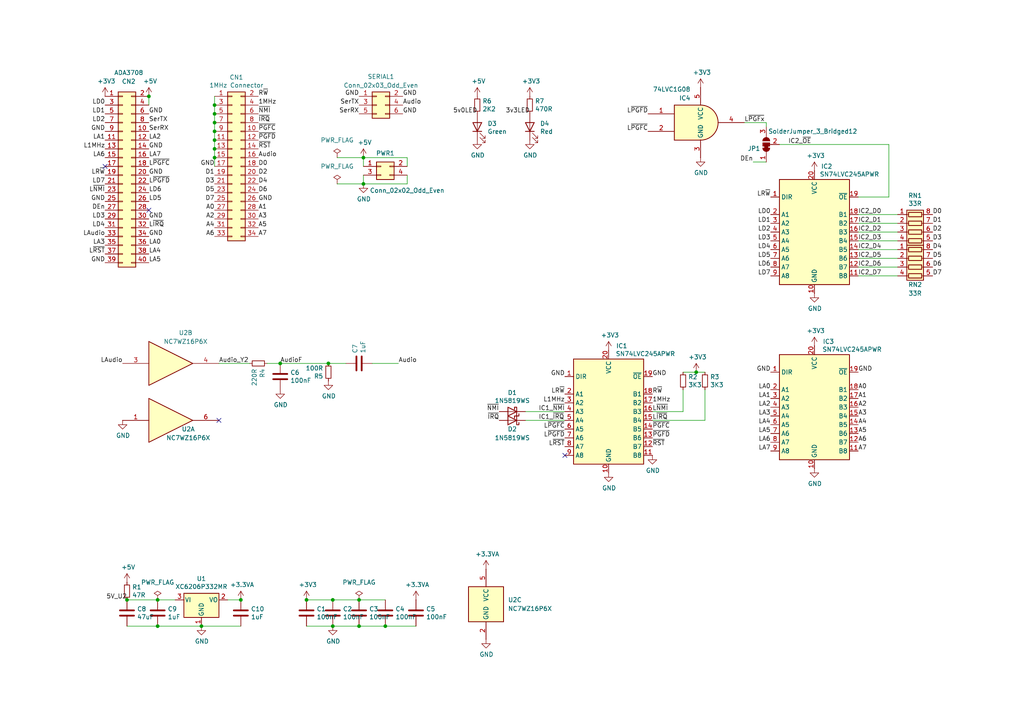
<source format=kicad_sch>
(kicad_sch (version 20250114) (generator "eeschema") (generator_version "9.0")
  (paper "A4")
  (title_block (title "BBC Micro 1MHz to Raspberry PI Zero Interface") (date "2025-03-29") (rev "03b") (company "Ken Lowe") (comment 1 "Rev 03b: Minor layout changes to suit KiCAD 9 footprints") (comment 2 "Rev 03a: Databus level shifter now controlled by Pi.") (comment 3 "Rev 02b: D1/D2 - Change fooprint from SOD-123 to SOD-323") (comment 4 "Rev 02a: IC4 - Switch from LVC1G11 (SOT23-6) to LVC1G08 (SOT23-5)") (comment 5 "Rev 02: Added audio circuit to PCB.") (comment 6 "Rev 01: Beta version. Not released."))
  (lib_symbols
    (symbol "74xGxx:74LVC1G08"
      (property "Reference" "U" (at -5.08 7.62 0))
      (property "Value" "74LVC1G08" (at 7.62 -7.62 0))
      (symbol "74LVC1G08_1_1"
        (pin input line (at -15.24 2.54 0) (length 7.62) (name "~") (number "1"))
        (pin input line (at -15.24 -2.54 0) (length 7.62) (name "~") (number "2"))
        (pin power_in line (at 0 10.16 270) (length 5.08) (name "VCC") (number "5"))
        (pin power_in line (at 0 -10.16 90) (length 5.08) (name "GND") (number "3"))
        (pin output line (at 12.7 0 180) (length 7.62) (name "~") (number "4"))
      )
    )
    (symbol "74xGxx:74LVC2G34"
      (property "Reference" "U" (at 0 7.62 0))
      (property "Value" "74LVC2G34" (at 2.54 -7.62 0))
      (symbol "74LVC2G34_1_1"
        (pin input line (at -15.24 0 0) (length 7.62) (name "~") (number "1"))
        (pin output line (at 12.7 0 180) (length 7.62) (name "~") (number "6"))
      )
      (symbol "74LVC2G34_2_1"
        (pin input line (at -15.24 0 0) (length 7.62) (name "~") (number "3"))
        (pin output line (at 12.7 0 180) (length 7.62) (name "~") (number "4"))
      )
      (symbol "74LVC2G34_3_1"
        (pin power_in line (at 0 10.16 270) (length 5.08) (name "VCC") (number "5"))
        (pin power_in line (at 0 -10.16 90) (length 5.08) (name "GND") (number "2"))
      )
    )
    (symbol "Connector_Generic:Conn_02x02_Odd_Even" (pin_names (offset 1.016) (hide yes))
      (property "Reference" "J" (at 1.27 2.54 0))
      (property "Value" "Conn_02x02_Odd_Even" (at 1.27 -5.08 0))
      (symbol "Conn_02x02_Odd_Even_1_1"
        (pin passive line (at -5.08 0 0) (length 3.81) (name "Pin_1") (number "1"))
        (pin passive line (at -5.08 -2.54 0) (length 3.81) (name "Pin_3") (number "3"))
        (pin passive line (at 7.62 0 180) (length 3.81) (name "Pin_2") (number "2"))
        (pin passive line (at 7.62 -2.54 180) (length 3.81) (name "Pin_4") (number "4"))
      )
    )
    (symbol "Connector_Generic:Conn_02x03_Odd_Even" (pin_names (offset 1.016) (hide yes))
      (property "Reference" "J" (at 1.27 5.08 0))
      (property "Value" "Conn_02x03_Odd_Even" (at 1.27 -5.08 0))
      (symbol "Conn_02x03_Odd_Even_1_1"
        (pin passive line (at -5.08 2.54 0) (length 3.81) (name "Pin_1") (number "1"))
        (pin passive line (at -5.08 0 0) (length 3.81) (name "Pin_3") (number "3"))
        (pin passive line (at -5.08 -2.54 0) (length 3.81) (name "Pin_5") (number "5"))
        (pin passive line (at 7.62 2.54 180) (length 3.81) (name "Pin_2") (number "2"))
        (pin passive line (at 7.62 0 180) (length 3.81) (name "Pin_4") (number "4"))
        (pin passive line (at 7.62 -2.54 180) (length 3.81) (name "Pin_6") (number "6"))
      )
    )
    (symbol "Connector_Generic:Conn_02x17_Odd_Even" (pin_names (offset 1.016) (hide yes))
      (property "Reference" "J" (at 1.27 22.86 0))
      (property "Value" "Conn_02x17_Odd_Even" (at 1.27 -22.86 0))
      (symbol "Conn_02x17_Odd_Even_1_1"
        (pin passive line (at -5.08 20.32 0) (length 3.81) (name "Pin_1") (number "1"))
        (pin passive line (at -5.08 17.78 0) (length 3.81) (name "Pin_3") (number "3"))
        (pin passive line (at -5.08 15.24 0) (length 3.81) (name "Pin_5") (number "5"))
        (pin passive line (at -5.08 12.7 0) (length 3.81) (name "Pin_7") (number "7"))
        (pin passive line (at -5.08 10.16 0) (length 3.81) (name "Pin_9") (number "9"))
        (pin passive line (at -5.08 7.62 0) (length 3.81) (name "Pin_11") (number "11"))
        (pin passive line (at -5.08 5.08 0) (length 3.81) (name "Pin_13") (number "13"))
        (pin passive line (at -5.08 2.54 0) (length 3.81) (name "Pin_15") (number "15"))
        (pin passive line (at -5.08 0 0) (length 3.81) (name "Pin_17") (number "17"))
        (pin passive line (at -5.08 -2.54 0) (length 3.81) (name "Pin_19") (number "19"))
        (pin passive line (at -5.08 -5.08 0) (length 3.81) (name "Pin_21") (number "21"))
        (pin passive line (at -5.08 -7.62 0) (length 3.81) (name "Pin_23") (number "23"))
        (pin passive line (at -5.08 -10.16 0) (length 3.81) (name "Pin_25") (number "25"))
        (pin passive line (at -5.08 -12.7 0) (length 3.81) (name "Pin_27") (number "27"))
        (pin passive line (at -5.08 -15.24 0) (length 3.81) (name "Pin_29") (number "29"))
        (pin passive line (at -5.08 -17.78 0) (length 3.81) (name "Pin_31") (number "31"))
        (pin passive line (at -5.08 -20.32 0) (length 3.81) (name "Pin_33") (number "33"))
        (pin passive line (at 7.62 20.32 180) (length 3.81) (name "Pin_2") (number "2"))
        (pin passive line (at 7.62 17.78 180) (length 3.81) (name "Pin_4") (number "4"))
        (pin passive line (at 7.62 15.24 180) (length 3.81) (name "Pin_6") (number "6"))
        (pin passive line (at 7.62 12.7 180) (length 3.81) (name "Pin_8") (number "8"))
        (pin passive line (at 7.62 10.16 180) (length 3.81) (name "Pin_10") (number "10"))
        (pin passive line (at 7.62 7.62 180) (length 3.81) (name "Pin_12") (number "12"))
        (pin passive line (at 7.62 5.08 180) (length 3.81) (name "Pin_14") (number "14"))
        (pin passive line (at 7.62 2.54 180) (length 3.81) (name "Pin_16") (number "16"))
        (pin passive line (at 7.62 0 180) (length 3.81) (name "Pin_18") (number "18"))
        (pin passive line (at 7.62 -2.54 180) (length 3.81) (name "Pin_20") (number "20"))
        (pin passive line (at 7.62 -5.08 180) (length 3.81) (name "Pin_22") (number "22"))
        (pin passive line (at 7.62 -7.62 180) (length 3.81) (name "Pin_24") (number "24"))
        (pin passive line (at 7.62 -10.16 180) (length 3.81) (name "Pin_26") (number "26"))
        (pin passive line (at 7.62 -12.7 180) (length 3.81) (name "Pin_28") (number "28"))
        (pin passive line (at 7.62 -15.24 180) (length 3.81) (name "Pin_30") (number "30"))
        (pin passive line (at 7.62 -17.78 180) (length 3.81) (name "Pin_32") (number "32"))
        (pin passive line (at 7.62 -20.32 180) (length 3.81) (name "Pin_34") (number "34"))
      )
    )
    (symbol "Connector_Generic:Conn_02x20_Odd_Even" (pin_names (offset 1.016) (hide yes))
      (property "Reference" "J" (at 1.27 25.4 0))
      (property "Value" "Conn_02x20_Odd_Even" (at 1.27 -27.94 0))
      (symbol "Conn_02x20_Odd_Even_1_1"
        (pin passive line (at -5.08 22.86 0) (length 3.81) (name "Pin_1") (number "1"))
        (pin passive line (at -5.08 20.32 0) (length 3.81) (name "Pin_3") (number "3"))
        (pin passive line (at -5.08 17.78 0) (length 3.81) (name "Pin_5") (number "5"))
        (pin passive line (at -5.08 15.24 0) (length 3.81) (name "Pin_7") (number "7"))
        (pin passive line (at -5.08 12.7 0) (length 3.81) (name "Pin_9") (number "9"))
        (pin passive line (at -5.08 10.16 0) (length 3.81) (name "Pin_11") (number "11"))
        (pin passive line (at -5.08 7.62 0) (length 3.81) (name "Pin_13") (number "13"))
        (pin passive line (at -5.08 5.08 0) (length 3.81) (name "Pin_15") (number "15"))
        (pin passive line (at -5.08 2.54 0) (length 3.81) (name "Pin_17") (number "17"))
        (pin passive line (at -5.08 0 0) (length 3.81) (name "Pin_19") (number "19"))
        (pin passive line (at -5.08 -2.54 0) (length 3.81) (name "Pin_21") (number "21"))
        (pin passive line (at -5.08 -5.08 0) (length 3.81) (name "Pin_23") (number "23"))
        (pin passive line (at -5.08 -7.62 0) (length 3.81) (name "Pin_25") (number "25"))
        (pin passive line (at -5.08 -10.16 0) (length 3.81) (name "Pin_27") (number "27"))
        (pin passive line (at -5.08 -12.7 0) (length 3.81) (name "Pin_29") (number "29"))
        (pin passive line (at -5.08 -15.24 0) (length 3.81) (name "Pin_31") (number "31"))
        (pin passive line (at -5.08 -17.78 0) (length 3.81) (name "Pin_33") (number "33"))
        (pin passive line (at -5.08 -20.32 0) (length 3.81) (name "Pin_35") (number "35"))
        (pin passive line (at -5.08 -22.86 0) (length 3.81) (name "Pin_37") (number "37"))
        (pin passive line (at -5.08 -25.4 0) (length 3.81) (name "Pin_39") (number "39"))
        (pin passive line (at 7.62 22.86 180) (length 3.81) (name "Pin_2") (number "2"))
        (pin passive line (at 7.62 20.32 180) (length 3.81) (name "Pin_4") (number "4"))
        (pin passive line (at 7.62 17.78 180) (length 3.81) (name "Pin_6") (number "6"))
        (pin passive line (at 7.62 15.24 180) (length 3.81) (name "Pin_8") (number "8"))
        (pin passive line (at 7.62 12.7 180) (length 3.81) (name "Pin_10") (number "10"))
        (pin passive line (at 7.62 10.16 180) (length 3.81) (name "Pin_12") (number "12"))
        (pin passive line (at 7.62 7.62 180) (length 3.81) (name "Pin_14") (number "14"))
        (pin passive line (at 7.62 5.08 180) (length 3.81) (name "Pin_16") (number "16"))
        (pin passive line (at 7.62 2.54 180) (length 3.81) (name "Pin_18") (number "18"))
        (pin passive line (at 7.62 0 180) (length 3.81) (name "Pin_20") (number "20"))
        (pin passive line (at 7.62 -2.54 180) (length 3.81) (name "Pin_22") (number "22"))
        (pin passive line (at 7.62 -5.08 180) (length 3.81) (name "Pin_24") (number "24"))
        (pin passive line (at 7.62 -7.62 180) (length 3.81) (name "Pin_26") (number "26"))
        (pin passive line (at 7.62 -10.16 180) (length 3.81) (name "Pin_28") (number "28"))
        (pin passive line (at 7.62 -12.7 180) (length 3.81) (name "Pin_30") (number "30"))
        (pin passive line (at 7.62 -15.24 180) (length 3.81) (name "Pin_32") (number "32"))
        (pin passive line (at 7.62 -17.78 180) (length 3.81) (name "Pin_34") (number "34"))
        (pin passive line (at 7.62 -20.32 180) (length 3.81) (name "Pin_36") (number "36"))
        (pin passive line (at 7.62 -22.86 180) (length 3.81) (name "Pin_38") (number "38"))
        (pin passive line (at 7.62 -25.4 180) (length 3.81) (name "Pin_40") (number "40"))
      )
    )
    (symbol "Device:C" (pin_numbers (hide yes)) (pin_names (offset 0.254))
      (property "Reference" "C" (at 0.635 2.54 0))
      (property "Value" "C" (at 0.635 -2.54 0))
      (symbol "C_1_1"
        (pin passive line (at 0 3.81 270) (length 2.794) (name "~") (number "1"))
        (pin passive line (at 0 -3.81 90) (length 2.794) (name "~") (number "2"))
      )
    )
    (symbol "Device:D_Schottky" (pin_numbers (hide yes)) (pin_names (offset 1.016) (hide yes))
      (property "Reference" "D" (at 0 2.54 0))
      (property "Value" "D_Schottky" (at 0 -2.54 0))
      (symbol "D_Schottky_1_1"
        (pin passive line (at -3.81 0 0) (length 2.54) (name "K") (number "1"))
        (pin passive line (at 3.81 0 180) (length 2.54) (name "A") (number "2"))
      )
    )
    (symbol "Device:LED" (pin_numbers (hide yes)) (pin_names (offset 1.016) (hide yes))
      (property "Reference" "D" (at 0 2.54 0))
      (property "Value" "LED" (at 0 -2.54 0))
      (symbol "LED_1_1"
        (pin passive line (at -3.81 0 0) (length 2.54) (name "K") (number "1"))
        (pin passive line (at 3.81 0 180) (length 2.54) (name "A") (number "2"))
      )
    )
    (symbol "Device:R_Pack04" (pin_names (offset 0) (hide yes))
      (property "Reference" "RN" (at -7.62 0 90))
      (property "Value" "R_Pack04" (at 5.08 0 90))
      (symbol "R_Pack04_1_1"
        (pin passive line (at -5.08 5.08 270) (length 2.54) (name "R1.2") (number "8"))
        (pin passive line (at -5.08 -5.08 90) (length 2.54) (name "R1.1") (number "1"))
        (pin passive line (at -2.54 5.08 270) (length 2.54) (name "R2.2") (number "7"))
        (pin passive line (at -2.54 -5.08 90) (length 2.54) (name "R2.1") (number "2"))
        (pin passive line (at 0 5.08 270) (length 2.54) (name "R3.2") (number "6"))
        (pin passive line (at 0 -5.08 90) (length 2.54) (name "R3.1") (number "3"))
        (pin passive line (at 2.54 5.08 270) (length 2.54) (name "R4.2") (number "5"))
        (pin passive line (at 2.54 -5.08 90) (length 2.54) (name "R4.1") (number "4"))
      )
    )
    (symbol "Device:R_Small" (pin_numbers (hide yes)) (pin_names (offset 0.254) (hide yes))
      (property "Reference" "R" (at 0.762 0.508 0))
      (property "Value" "R_Small" (at 0.762 -1.016 0))
      (symbol "R_Small_1_1"
        (pin passive line (at 0 2.54 270) (length 0.762) (name "~") (number "1"))
        (pin passive line (at 0 -2.54 90) (length 0.762) (name "~") (number "2"))
      )
    )
    (symbol "Jumper:SolderJumper_3_Bridged12" (pin_names (offset 0) (hide yes))
      (property "Reference" "JP" (at -2.54 -2.54 0))
      (property "Value" "SolderJumper_3_Bridged12" (at 0 2.794 0))
      (symbol "SolderJumper_3_Bridged12_1_1"
        (pin passive line (at -5.08 0 0) (length 2.54) (name "A") (number "1"))
        (pin passive line (at 0 -3.81 90) (length 2.54) (name "C") (number "2"))
        (pin passive line (at 5.08 0 180) (length 2.54) (name "B") (number "3"))
      )
    )
    (symbol "Logic_LevelTranslator:SN74LVC245APW"
      (property "Reference" "U" (at -10.16 17.78 0))
      (property "Value" "SN74LVC245APW" (at 10.16 17.78 0))
      (symbol "SN74LVC245APW_1_1"
        (pin input line (at -12.7 10.16 0) (length 2.54) (name "DIR") (number "1"))
        (pin bidirectional line (at -12.7 5.08 0) (length 2.54) (name "A1") (number "2"))
        (pin bidirectional line (at -12.7 2.54 0) (length 2.54) (name "A2") (number "3"))
        (pin bidirectional line (at -12.7 0 0) (length 2.54) (name "A3") (number "4"))
        (pin bidirectional line (at -12.7 -2.54 0) (length 2.54) (name "A4") (number "5"))
        (pin bidirectional line (at -12.7 -5.08 0) (length 2.54) (name "A5") (number "6"))
        (pin bidirectional line (at -12.7 -7.62 0) (length 2.54) (name "A6") (number "7"))
        (pin bidirectional line (at -12.7 -10.16 0) (length 2.54) (name "A7") (number "8"))
        (pin bidirectional line (at -12.7 -12.7 0) (length 2.54) (name "A8") (number "9"))
        (pin power_in line (at 0 17.78 270) (length 2.54) (name "VCC") (number "20"))
        (pin power_in line (at 0 -17.78 90) (length 2.54) (name "GND") (number "10"))
        (pin input line (at 12.7 10.16 180) (length 2.54) (name "~{OE}") (number "19"))
        (pin bidirectional line (at 12.7 5.08 180) (length 2.54) (name "B1") (number "18"))
        (pin bidirectional line (at 12.7 2.54 180) (length 2.54) (name "B2") (number "17"))
        (pin bidirectional line (at 12.7 0 180) (length 2.54) (name "B3") (number "16"))
        (pin bidirectional line (at 12.7 -2.54 180) (length 2.54) (name "B4") (number "15"))
        (pin bidirectional line (at 12.7 -5.08 180) (length 2.54) (name "B5") (number "14"))
        (pin bidirectional line (at 12.7 -7.62 180) (length 2.54) (name "B6") (number "13"))
        (pin bidirectional line (at 12.7 -10.16 180) (length 2.54) (name "B7") (number "12"))
        (pin bidirectional line (at 12.7 -12.7 180) (length 2.54) (name "B8") (number "11"))
      )
    )
    (symbol "Regulator_Linear:XC6206PxxxMR" (pin_names (offset 0.254))
      (property "Reference" "U" (at -3.81 3.175 0))
      (property "Value" "XC6206PxxxMR" (at 0 3.175 0))
      (symbol "XC6206PxxxMR_1_1"
        (pin power_in line (at -7.62 0 0) (length 2.54) (name "VI") (number "3"))
        (pin power_in line (at 0 -7.62 90) (length 2.54) (name "GND") (number "1"))
        (pin power_out line (at 7.62 0 180) (length 2.54) (name "VO") (number "2"))
      )
    )
    (symbol "power:+3.3V" (power) (pin_numbers (hide yes)) (pin_names (offset 0) (hide yes))
      (property "Value" "+3.3V" (at 0 3.556 0))
      (symbol "+3.3V_1_1"
        (pin power_in line (at 0 0 90) (length 0) (name "~") (number "1"))
      )
    )
    (symbol "power:+3.3VA" (power) (pin_numbers (hide yes)) (pin_names (offset 0) (hide yes))
      (property "Value" "+3.3VA" (at 0 3.556 0))
      (symbol "+3.3VA_1_1"
        (pin power_in line (at 0 0 90) (length 0) (name "~") (number "1"))
      )
    )
    (symbol "power:+5V" (power) (pin_numbers (hide yes)) (pin_names (offset 0) (hide yes))
      (property "Value" "+5V" (at 0 3.556 0))
      (symbol "+5V_1_1"
        (pin power_in line (at 0 0 90) (length 0) (name "~") (number "1"))
      )
    )
    (symbol "power:GND" (power) (pin_numbers (hide yes)) (pin_names (offset 0) (hide yes))
      (property "Value" "GND" (at 0 -3.81 0))
      (symbol "GND_1_1"
        (pin power_in line (at 0 0 270) (length 0) (name "~") (number "1"))
      )
    )
    (symbol "power:PWR_FLAG" (power) (pin_numbers (hide yes)) (pin_names (offset 0) (hide yes))
      (property "Value" "PWR_FLAG" (at 0 3.81 0))
      (symbol "PWR_FLAG_0_0"
        (pin power_out line (at 0 0 90) (length 0) (name "~") (number "1"))
      )
    )
  )
  (junction (at 58.42 181.61))
  (junction (at 45.72 173.99))
  (junction (at 62.23 43.18))
  (junction (at 88.9 173.99))
  (junction (at 201.93 107.95))
  (junction (at 43.18 27.94))
  (junction (at 62.23 30.48))
  (junction (at 105.41 45.72))
  (junction (at 111.76 181.61))
  (junction (at 62.23 45.72))
  (junction (at 62.23 35.56))
  (junction (at 36.83 173.99))
  (junction (at 105.41 53.34))
  (junction (at 45.72 181.61))
  (junction (at 62.23 38.1))
  (junction (at 69.85 173.99))
  (junction (at 96.52 173.99))
  (junction (at 104.14 173.99))
  (junction (at 62.23 40.64))
  (junction (at 62.23 33.02))
  (junction (at 81.28 105.41))
  (junction (at 96.52 181.61))
  (junction (at 95.25 105.41))
  (junction (at 104.14 181.61))
  (no_connect (at 63.5 121.92))
  (no_connect (at 163.83 132.08))
  (no_connect (at 43.18 60.96))
  (no_connect (at 30.48 48.26))
  (wire (pts (xy 105.41 50.8) (xy 105.41 53.34)))
  (wire (pts (xy 45.72 181.61) (xy 58.42 181.61)))
  (wire (pts (xy 95.25 105.41) (xy 100.33 105.41)))
  (wire (pts (xy 97.79 45.72) (xy 105.41 45.72)))
  (wire (pts (xy 81.28 105.41) (xy 95.25 105.41)))
  (wire (pts (xy 62.23 38.1) (xy 62.23 40.64)))
  (wire (pts (xy 104.14 173.99) (xy 111.76 173.99)))
  (wire (pts (xy 215.9 35.56) (xy 222.25 35.56)))
  (wire (pts (xy 248.92 62.23) (xy 260.35 62.23)))
  (wire (pts (xy 248.92 80.01) (xy 260.35 80.01)))
  (wire (pts (xy 62.23 33.02) (xy 62.23 35.56)))
  (wire (pts (xy 152.4 119.38) (xy 163.83 119.38)))
  (wire (pts (xy 152.4 121.92) (xy 163.83 121.92)))
  (wire (pts (xy 96.52 173.99) (xy 104.14 173.99)))
  (wire (pts (xy 222.25 35.56) (xy 222.25 36.83)))
  (wire (pts (xy 63.5 105.41) (xy 72.39 105.41)))
  (wire (pts (xy 105.41 45.72) (xy 105.41 48.26)))
  (wire (pts (xy 257.81 41.91) (xy 257.81 57.15)))
  (wire (pts (xy 189.23 121.92) (xy 204.47 121.92)))
  (wire (pts (xy 36.83 173.99) (xy 45.72 173.99)))
  (wire (pts (xy 88.9 173.99) (xy 96.52 173.99)))
  (wire (pts (xy 248.92 77.47) (xy 260.35 77.47)))
  (wire (pts (xy 248.92 64.77) (xy 260.35 64.77)))
  (wire (pts (xy 248.92 67.31) (xy 260.35 67.31)))
  (wire (pts (xy 62.23 43.18) (xy 62.23 45.72)))
  (wire (pts (xy 118.11 53.34) (xy 118.11 50.8)))
  (wire (pts (xy 257.81 57.15) (xy 248.92 57.15)))
  (wire (pts (xy 248.92 69.85) (xy 260.35 69.85)))
  (wire (pts (xy 201.93 107.95) (xy 204.47 107.95)))
  (wire (pts (xy 105.41 53.34) (xy 118.11 53.34)))
  (wire (pts (xy 248.92 74.93) (xy 260.35 74.93)))
  (wire (pts (xy 62.23 35.56) (xy 62.23 38.1)))
  (wire (pts (xy 69.85 173.99) (xy 66.04 173.99)))
  (wire (pts (xy 96.52 181.61) (xy 104.14 181.61)))
  (wire (pts (xy 198.12 119.38) (xy 198.12 113.03)))
  (wire (pts (xy 62.23 45.72) (xy 62.23 48.26)))
  (wire (pts (xy 198.12 107.95) (xy 201.93 107.95)))
  (wire (pts (xy 189.23 119.38) (xy 198.12 119.38)))
  (wire (pts (xy 43.18 30.48) (xy 43.18 27.94)))
  (wire (pts (xy 118.11 48.26) (xy 118.11 45.72)))
  (wire (pts (xy 111.76 181.61) (xy 120.65 181.61)))
  (wire (pts (xy 62.23 40.64) (xy 62.23 43.18)))
  (wire (pts (xy 226.06 41.91) (xy 257.81 41.91)))
  (wire (pts (xy 218.44 46.99) (xy 222.25 46.99)))
  (wire (pts (xy 36.83 181.61) (xy 45.72 181.61)))
  (wire (pts (xy 62.23 27.94) (xy 62.23 30.48)))
  (wire (pts (xy 58.42 181.61) (xy 69.85 181.61)))
  (wire (pts (xy 248.92 72.39) (xy 260.35 72.39)))
  (wire (pts (xy 204.47 121.92) (xy 204.47 113.03)))
  (wire (pts (xy 62.23 30.48) (xy 62.23 33.02)))
  (wire (pts (xy 88.9 181.61) (xy 96.52 181.61)))
  (wire (pts (xy 77.47 105.41) (xy 81.28 105.41)))
  (wire (pts (xy 104.14 181.61) (xy 111.76 181.61)))
  (wire (pts (xy 45.72 173.99) (xy 50.8 173.99)))
  (wire (pts (xy 118.11 45.72) (xy 105.41 45.72)))
  (wire (pts (xy 97.79 53.34) (xy 105.41 53.34)))
  (wire (pts (xy 107.95 105.41) (xy 115.57 105.41)))
  (label "LA4" (at 43.18 73.66 0))
  (label "LA1" (at 30.48 40.64 180))
  (label "LA0" (at 43.18 71.12 0))
  (label "L~{NMI}" (at 189.23 119.38 0))
  (label "~{NMI}" (at 144.78 119.38 180))
  (label "A0" (at 62.23 60.96 180))
  (label "LA2" (at 43.18 40.64 0))
  (label "D2" (at 270.51 67.31 0))
  (label "LD0" (at 30.48 30.48 180))
  (label "GND" (at 74.93 58.42 0))
  (label "R~{W}" (at 189.23 114.3 0))
  (label "LD7" (at 223.52 80.01 180))
  (label "D6" (at 74.93 55.88 0))
  (label "LD0" (at 223.52 62.23 180))
  (label "LA5" (at 223.52 125.73 180))
  (label "LA1" (at 223.52 115.57 180))
  (label "R~{W}" (at 74.93 27.94 0))
  (label "LA7" (at 223.52 130.81 180))
  (label "L~{PGFD}" (at 163.83 127 180))
  (label "D0" (at 74.93 48.26 0))
  (label "3v3LED" (at 153.67 33.02 180))
  (label "LR~{W}" (at 163.83 114.3 180))
  (label "~{PGFD}" (at 189.23 127 0))
  (label "L~{RST}" (at 163.83 129.54 180))
  (label "~{NMI}" (at 74.93 33.02 0))
  (label "SerTX" (at 43.18 35.56 0))
  (label "IC2_D5" (at 248.92 74.93 0))
  (label "LD6" (at 223.52 77.47 180))
  (label "D4" (at 270.51 72.39 0))
  (label "LD2" (at 223.52 67.31 180))
  (label "D4" (at 74.93 53.34 0))
  (label "LA7" (at 43.18 45.72 0))
  (label "LD3" (at 223.52 69.85 180))
  (label "D2" (at 74.93 50.8 0))
  (label "L~{PGFD}" (at 187.96 33.02 180))
  (label "IC1_~{IRQ}" (at 156.21 121.92 0))
  (label "GND" (at 116.84 27.94 0))
  (label "GND" (at 30.48 76.2 180))
  (label "~{RST}" (at 74.93 43.18 0))
  (label "LA3" (at 30.48 71.12 180))
  (label "~{PGFD}" (at 74.93 40.64 0))
  (label "IC2_D6" (at 248.92 77.47 0))
  (label "GND" (at 43.18 68.58 0))
  (label "GND" (at 116.84 33.02 0))
  (label "IC2_D0" (at 248.92 62.23 0))
  (label "GND" (at 189.23 109.22 0))
  (label "D1" (at 62.23 50.8 180))
  (label "LAudio" (at 35.56 105.41 180))
  (label "LA3" (at 223.52 120.65 180))
  (label "D1" (at 270.51 64.77 0))
  (label "A3" (at 74.93 63.5 0))
  (label "SerRX" (at 104.14 33.02 180))
  (label "LR~{W}" (at 30.48 50.8 180))
  (label "LD1" (at 223.52 64.77 180))
  (label "GND" (at 30.48 38.1 180))
  (label "D3" (at 270.51 69.85 0))
  (label "A6" (at 248.92 128.27 0))
  (label "~{PGFC}" (at 189.23 124.46 0))
  (label "IC2_D7" (at 248.92 80.01 0))
  (label "L~{PGFC}" (at 187.96 38.1 180))
  (label "LA5" (at 43.18 76.2 0))
  (label "AudioF" (at 81.28 105.41 0))
  (label "5V_U2" (at 36.83 173.99 180))
  (label "A2" (at 62.23 63.5 180))
  (label "A5" (at 74.93 66.04 0))
  (label "A5" (at 248.92 125.73 0))
  (label "IC2_D1" (at 248.92 64.77 0))
  (label "DEn" (at 30.48 60.96 180))
  (label "GND" (at 43.18 33.02 0))
  (label "GND" (at 43.18 50.8 0))
  (label "D5" (at 62.23 55.88 180))
  (label "IC1_~{NMI}" (at 156.21 119.38 0))
  (label "D7" (at 62.23 58.42 180))
  (label "D0" (at 270.51 62.23 0))
  (label "L~{PGFD}" (at 43.18 53.34 0))
  (label "A4" (at 62.23 66.04 180))
  (label "D5" (at 270.51 74.93 0))
  (label "D6" (at 270.51 77.47 0))
  (label "~{PGFC}" (at 74.93 38.1 0))
  (label "LD1" (at 30.48 33.02 180))
  (label "A1" (at 74.93 60.96 0))
  (label "SerRX" (at 43.18 38.1 0))
  (label "~{IRQ}" (at 74.93 35.56 0))
  (label "A1" (at 248.92 115.57 0))
  (label "L~{NMI}" (at 30.48 55.88 180))
  (label "A4" (at 248.92 123.19 0))
  (label "L~{RST}" (at 30.48 73.66 180))
  (label "GND" (at 248.92 107.95 0))
  (label "GND" (at 223.52 107.95 180))
  (label "DEn" (at 218.44 46.99 180))
  (label "~{RST}" (at 189.23 129.54 0))
  (label "Audio" (at 74.93 45.72 0))
  (label "LA0" (at 223.52 113.03 180))
  (label "LD4" (at 223.52 72.39 180))
  (label "IC2_~{OE}" (at 228.6 41.91 0))
  (label "5v0LED" (at 138.43 33.02 180))
  (label "LA6" (at 30.48 45.72 180))
  (label "A7" (at 248.92 130.81 0))
  (label "D7" (at 270.51 80.01 0))
  (label "GND" (at 43.18 63.5 0))
  (label "L1MHz" (at 30.48 43.18 180))
  (label "1MHz" (at 74.93 30.48 0))
  (label "A6" (at 62.23 68.58 180))
  (label "L1MHz" (at 163.83 116.84 180))
  (label "LD5" (at 223.52 74.93 180))
  (label "IC2_D4" (at 248.92 72.39 0))
  (label "Audio_Y2" (at 63.5 105.41 0))
  (label "GND" (at 30.48 58.42 180))
  (label "Audio" (at 115.57 105.41 0))
  (label "LD7" (at 30.48 53.34 180))
  (label "LD4" (at 30.48 66.04 180))
  (label "IC2_D3" (at 248.92 69.85 0))
  (label "LD5" (at 43.18 58.42 0))
  (label "GND" (at 62.23 48.26 180))
  (label "LAudio" (at 30.48 68.58 180))
  (label "~{IRQ}" (at 144.78 121.92 180))
  (label "GND" (at 43.18 43.18 0))
  (label "LA4" (at 223.52 123.19 180))
  (label "LD2" (at 30.48 35.56 180))
  (label "GND" (at 104.14 27.94 180))
  (label "GND" (at 163.83 109.22 180))
  (label "LD3" (at 30.48 63.5 180))
  (label "A3" (at 248.92 120.65 0))
  (label "L~{PGFC}" (at 43.18 48.26 0))
  (label "L~{IRQ}" (at 43.18 66.04 0))
  (label "LD6" (at 43.18 55.88 0))
  (label "Audio" (at 116.84 30.48 0))
  (label "LA2" (at 223.52 118.11 180))
  (label "A2" (at 248.92 118.11 0))
  (label "A7" (at 74.93 68.58 0))
  (label "SerTX" (at 104.14 30.48 180))
  (label "L~{PGFC}" (at 163.83 124.46 180))
  (label "D3" (at 62.23 53.34 180))
  (label "LA6" (at 223.52 128.27 180))
  (label "LR~{W}" (at 223.52 57.15 180))
  (label "IC2_D2" (at 248.92 67.31 0))
  (label "L~{IRQ}" (at 189.23 121.92 0))
  (label "1MHz" (at 189.23 116.84 0))
  (label "L~{PGFx}" (at 215.9 35.56 0))
  (label "A0" (at 248.92 113.03 0))
  (symbol (lib_id "Connector_Generic:Conn_02x17_Odd_Even") (at 67.31 48.26 0) (unit 1)
    (property "Reference" "CN1" (at 68.58 22.4282 0))
    (property "Value" "1MHz Connector" (at 68.58 24.7396 0))
    (property "Footprint" "1MHzAdaptor:PinSocket_2x17_P2.54mm_Horizontal_Reverse" (effects (hide yes)))
    (property "Description" "Generic connector, double row, 02x17, odd/even pin numbering scheme (row 1 odd numbers, row 2 even numbers), script generated (kicad-library-utils/schlib/autogen/connector/)" (effects (hide yes)))
  )
  (symbol (lib_id "power:GND") (at 236.22 85.09 0) (unit 1)
    (property "Reference" "#PWR0101" (effects (hide yes)))
    (property "Value" "GND" (at 236.347 89.4842 0))
    (property "Description" "Power symbol creates a global label with name \"GND\" , ground" (effects (hide yes)))
  )
  (symbol (lib_id "power:GND") (at 236.22 135.89 0) (unit 1)
    (property "Reference" "#PWR0102" (effects (hide yes)))
    (property "Value" "GND" (at 236.347 140.2842 0))
    (property "Description" "Power symbol creates a global label with name \"GND\" , ground" (effects (hide yes)))
  )
  (symbol (lib_id "power:GND") (at 176.53 137.16 0) (unit 1)
    (property "Reference" "#PWR0103" (effects (hide yes)))
    (property "Value" "GND" (at 176.657 141.5542 0))
    (property "Description" "Power symbol creates a global label with name \"GND\" , ground" (effects (hide yes)))
  )
  (symbol (lib_id "power:+3.3V") (at 236.22 49.53 0) (unit 1)
    (property "Reference" "#PWR0104" (effects (hide yes)))
    (property "Value" "+3V3" (at 236.601 45.1358 0))
    (property "Description" "Power symbol creates a global label with name \"+3.3V\"" (effects (hide yes)))
  )
  (symbol (lib_id "power:+3.3V") (at 236.22 100.33 0) (unit 1)
    (property "Reference" "#PWR0105" (effects (hide yes)))
    (property "Value" "+3V3" (at 236.601 95.9358 0))
    (property "Description" "Power symbol creates a global label with name \"+3.3V\"" (effects (hide yes)))
  )
  (symbol (lib_id "power:+3.3V") (at 176.53 101.6 0) (unit 1)
    (property "Reference" "#PWR0106" (effects (hide yes)))
    (property "Value" "+3V3" (at 176.911 97.2058 0))
    (property "Description" "Power symbol creates a global label with name \"+3.3V\"" (effects (hide yes)))
  )
  (symbol (lib_id "power:+5V") (at 105.41 45.72 0) (unit 1)
    (property "Reference" "#PWR0109" (effects (hide yes)))
    (property "Value" "+5V" (at 105.791 41.3258 0))
    (property "Description" "Power symbol creates a global label with name \"+5V\"" (effects (hide yes)))
  )
  (symbol (lib_id "power:GND") (at 105.41 53.34 0) (unit 1)
    (property "Reference" "#PWR0110" (effects (hide yes)))
    (property "Value" "GND" (at 105.537 57.7342 0))
    (property "Description" "Power symbol creates a global label with name \"GND\" , ground" (effects (hide yes)))
  )
  (symbol (lib_id "Device:C") (at 88.9 177.8 0) (unit 1)
    (property "Reference" "C1" (at 91.821 176.6316 0) (effects (justify left)))
    (property "Value" "100nF" (at 91.821 178.943 0) (effects (justify left)))
    (property "Footprint" "Capacitor_SMD:C_0402_1005Metric" (effects (hide yes)))
    (property "JLC Part Number" "C1525" (effects (hide yes)))
  )
  (symbol (lib_id "power:+3.3V") (at 88.9 173.99 0) (unit 1)
    (property "Reference" "#PWR0111" (effects (hide yes)))
    (property "Value" "+3V3" (at 89.281 169.5958 0))
    (property "Description" "Power symbol creates a global label with name \"+3.3V\"" (effects (hide yes)))
  )
  (symbol (lib_id "power:GND") (at 96.52 181.61 0) (unit 1)
    (property "Reference" "#PWR0112" (effects (hide yes)))
    (property "Value" "GND" (at 96.647 186.0042 0))
    (property "Description" "Power symbol creates a global label with name \"GND\" , ground" (effects (hide yes)))
  )
  (symbol (lib_id "Device:C") (at 96.52 177.8 0) (unit 1)
    (property "Reference" "C2" (at 99.441 176.6316 0) (effects (justify left)))
    (property "Value" "100nF" (at 99.441 178.943 0) (effects (justify left)))
    (property "Footprint" "Capacitor_SMD:C_0402_1005Metric" (effects (hide yes)))
    (property "LCSC Part #" "C1525" (effects (hide yes)))
  )
  (symbol (lib_id "Device:C") (at 104.14 177.8 0) (unit 1)
    (property "Reference" "C3" (at 107.061 176.6316 0) (effects (justify left)))
    (property "Value" "100nF" (at 107.061 178.943 0) (effects (justify left)))
    (property "Footprint" "Capacitor_SMD:C_0402_1005Metric" (effects (hide yes)))
    (property "JLC Part Number" "C1525" (effects (hide yes)))
  )
  (symbol (lib_id "Device:R_Small") (at 198.12 110.49 180) (unit 1)
    (property "Reference" "R2" (at 199.6186 109.3216 0) (effects (justify right)))
    (property "Value" "3K3" (at 199.6186 111.633 0) (effects (justify right)))
    (property "Footprint" "Resistor_SMD:R_0402_1005Metric" (effects (hide yes)))
    (property "JLC Part Number" "C25890" (effects (hide yes)))
  )
  (symbol (lib_id "Device:R_Small") (at 204.47 110.49 180) (unit 1)
    (property "Reference" "R3" (at 205.9686 109.3216 0) (effects (justify right)))
    (property "Value" "3K3" (at 205.9686 111.633 0) (effects (justify right)))
    (property "Footprint" "Resistor_SMD:R_0402_1005Metric" (effects (hide yes)))
    (property "JLC Part Number" "C25890" (effects (hide yes)))
  )
  (symbol (lib_id "power:+3.3V") (at 201.93 107.95 0) (unit 1)
    (property "Reference" "#PWR0117" (effects (hide yes)))
    (property "Value" "+3V3" (at 202.311 103.5558 0))
    (property "Description" "Power symbol creates a global label with name \"+3.3V\"" (effects (hide yes)))
  )
  (symbol (lib_id "Device:R_Pack04") (at 265.43 67.31 270) (unit 1)
    (property "Reference" "RN1" (at 265.43 56.7182 90))
    (property "Value" "33R" (at 265.43 59.0296 90))
    (property "Footprint" "Resistor_SMD:R_Array_Concave_4x0402" (effects (hide yes)))
    (property "Description" "4 resistor network, parallel topology" (effects (hide yes)))
    (property "JLC Part Number" "C25501" (effects (hide yes)))
  )
  (symbol (lib_id "Device:R_Pack04") (at 265.43 77.47 270) (unit 1)
    (property "Reference" "RN2" (at 265.43 82.55 90))
    (property "Value" "33R" (at 265.43 85.09 90))
    (property "Footprint" "Resistor_SMD:R_Array_Concave_4x0402" (effects (hide yes)))
    (property "Description" "4 resistor network, parallel topology" (effects (hide yes)))
    (property "JLC Part Number" "C25501" (effects (hide yes)))
  )
  (symbol (lib_id "Connector_Generic:Conn_02x20_Odd_Even") (at 35.56 50.8 0) (unit 1)
    (property "Reference" "CN2" (at 37.338 23.622 0))
    (property "Value" "ADA3708" (at 37.338 21.082 0))
    (property "Footprint" "Connector_PinSocket_2.54mm:PinSocket_2x20_P2.54mm_Vertical" (effects (hide yes)))
    (property "Description" "Generic connector, double row, 02x20, odd/even pin numbering scheme (row 1 odd numbers, row 2 even numbers), script generated (kicad-library-utils/schlib/autogen/connector/)" (effects (hide yes)))
  )
  (symbol (lib_id "power:+3.3V") (at 30.48 27.94 0) (unit 1)
    (property "Reference" "#PWR0115" (effects (hide yes)))
    (property "Value" "+3V3" (at 30.861 23.5458 0))
    (property "Description" "Power symbol creates a global label with name \"+3.3V\"" (effects (hide yes)))
  )
  (symbol (lib_id "power:+5V") (at 43.18 27.94 0) (unit 1)
    (property "Reference" "#PWR0116" (effects (hide yes)))
    (property "Value" "+5V" (at 43.561 23.5458 0))
    (property "Description" "Power symbol creates a global label with name \"+5V\"" (effects (hide yes)))
  )
  (symbol (lib_id "Device:R_Small") (at 74.93 105.41 90) (unit 1)
    (property "Reference" "R4" (at 76.0984 106.9086 0) (effects (justify right)))
    (property "Value" "220R" (at 73.787 106.9086 0) (effects (justify right)))
    (property "Footprint" "Resistor_SMD:R_0402_1005Metric" (effects (hide yes)))
    (property "JLC Part Number" "C25091" (effects (hide yes)))
  )
  (symbol (lib_id "Device:C") (at 81.28 109.22 0) (unit 1)
    (property "Reference" "C6" (at 84.201 108.0516 0) (effects (justify left)))
    (property "Value" "100nF" (at 84.201 110.363 0) (effects (justify left)))
    (property "Footprint" "Capacitor_SMD:C_0402_1005Metric" (effects (hide yes)))
    (property "JLC Part Number" "C1525" (effects (hide yes)))
  )
  (symbol (lib_id "Device:R_Small") (at 95.25 107.95 0) (unit 1)
    (property "Reference" "R5" (at 93.7514 109.1184 0) (effects (justify right)))
    (property "Value" "100R" (at 93.7514 106.807 0) (effects (justify right)))
    (property "Footprint" "Resistor_SMD:R_0402_1005Metric" (effects (hide yes)))
    (property "JLC Part Number" "C25076" (effects (hide yes)))
  )
  (symbol (lib_id "Device:C") (at 104.14 105.41 90) (unit 1)
    (property "Reference" "C7" (at 102.9716 102.489 0) (effects (justify left)))
    (property "Value" "1uF" (at 105.283 102.489 0) (effects (justify left)))
    (property "Footprint" "Capacitor_SMD:C_1206_3216Metric" (effects (hide yes)))
    (property "JLC Part Number" "C1848" (effects (hide yes)))
  )
  (symbol (lib_id "power:GND") (at 81.28 113.03 0) (unit 1)
    (property "Reference" "#PWR0120" (effects (hide yes)))
    (property "Value" "GND" (at 81.407 117.4242 0))
    (property "Description" "Power symbol creates a global label with name \"GND\" , ground" (effects (hide yes)))
  )
  (symbol (lib_id "power:GND") (at 95.25 110.49 0) (unit 1)
    (property "Reference" "#PWR0121" (effects (hide yes)))
    (property "Value" "GND" (at 95.377 114.8842 0))
    (property "Description" "Power symbol creates a global label with name \"GND\" , ground" (effects (hide yes)))
  )
  (symbol (lib_id "Device:D_Schottky") (at 148.59 121.92 180) (unit 1)
    (property "Reference" "D2" (at 148.59 124.46 0))
    (property "Value" "1N5819WS" (at 148.59 127 0))
    (property "Footprint" "Diode_SMD:D_SOD-323" (effects (hide yes)))
    (property "Datasheet" "https://datasheet.lcsc.com/lcsc/1810202112_Guangdong-Hottech-1N5819WS_C191023.pdf" (effects (hide yes)))
    (property "JLC Part Number" "C191023" (effects (hide yes)))
  )
  (symbol (lib_id "Logic_LevelTranslator:SN74LVC245APW") (at 176.53 119.38 0) (unit 1)
    (property "Reference" "IC1" (at 180.34 100.33 0))
    (property "Value" "SN74LVC245APWR" (at 187.198 102.616 0))
    (property "Footprint" "Package_SO:TSSOP-20_4.4x6.5mm_P0.65mm" (effects (hide yes)))
    (property "Datasheet" "https://www.ti.com/lit/ds/scas218x/scas218x.pdf" (effects (hide yes)))
    (property "Description" "8-Bit Single-Supply Bus Transceiver With 5V tolerant input voltage and 3-State Outputs 24mA, TSSOP-20" (effects (hide yes)))
    (property "JLC Part Number" "C7848" (effects (hide yes)))
  )
  (symbol (lib_id "Logic_LevelTranslator:SN74LVC245APW") (at 236.22 67.31 0) (unit 1)
    (property "Reference" "IC2" (at 239.776 48.26 0))
    (property "Value" "SN74LVC245APWR" (at 246.38 50.546 0))
    (property "Footprint" "Package_SO:TSSOP-20_4.4x6.5mm_P0.65mm" (effects (hide yes)))
    (property "Datasheet" "https://www.ti.com/lit/ds/scas218x/scas218x.pdf" (effects (hide yes)))
    (property "Description" "8-Bit Single-Supply Bus Transceiver With 5V tolerant input voltage and 3-State Outputs 24mA, TSSOP-20" (effects (hide yes)))
    (property "JLC Part Number" "C7848" (effects (hide yes)))
  )
  (symbol (lib_id "Logic_LevelTranslator:SN74LVC245APW") (at 236.22 118.11 0) (unit 1)
    (property "Reference" "IC3" (at 240.284 99.06 0))
    (property "Value" "SN74LVC245APWR" (at 247.142 101.346 0))
    (property "Footprint" "Package_SO:TSSOP-20_4.4x6.5mm_P0.65mm" (effects (hide yes)))
    (property "Datasheet" "https://www.ti.com/lit/ds/scas218x/scas218x.pdf" (effects (hide yes)))
    (property "Description" "8-Bit Single-Supply Bus Transceiver With 5V tolerant input voltage and 3-State Outputs 24mA, TSSOP-20" (effects (hide yes)))
    (property "JLC Part Number" "C7848" (effects (hide yes)))
  )
  (symbol (lib_id "Jumper:SolderJumper_3_Bridged12") (at 222.25 41.91 90) (unit 1)
    (property "Reference" "JP1" (at 220.5228 43.0784 90) (effects (justify left)))
    (property "Value" "SolderJumper_3_Bridged12" (at 248.666 38.1 90) (effects (justify left)))
    (property "Footprint" "Jumper:SolderJumper-3_P1.3mm_Bridged12_RoundedPad1.0x1.5mm_NumberLabels" (effects (hide yes)))
  )
  (symbol (lib_id "Device:C") (at 111.76 177.8 0) (unit 1)
    (property "Reference" "C4" (at 114.681 176.6316 0) (effects (justify left)))
    (property "Value" "100nF" (at 114.681 178.943 0) (effects (justify left)))
    (property "Footprint" "Capacitor_SMD:C_0402_1005Metric" (effects (hide yes)))
    (property "JLC Part Number" "C1525" (effects (hide yes)))
  )
  (symbol (lib_id "Device:LED") (at 138.43 36.83 90) (unit 1)
    (property "Reference" "D3" (at 141.4018 35.8394 90) (effects (justify right)))
    (property "Value" "Green" (at 141.4018 38.1508 90) (effects (justify right)))
    (property "Footprint" "LED_SMD:LED_0603_1608Metric" (effects (hide yes)))
    (property "Description" "Light emitting diode" (effects (hide yes)))
    (property "JLC Part Number" "C72043" (effects (hide yes)))
    (property "Sim.Pins" "1=K 2=A" (effects (hide yes)))
  )
  (symbol (lib_id "Device:R_Small") (at 138.43 30.48 180) (unit 1)
    (property "Reference" "R6" (at 139.9286 29.3116 0) (effects (justify right)))
    (property "Value" "2K2" (at 139.9286 31.623 0) (effects (justify right)))
    (property "Footprint" "Resistor_SMD:R_0402_1005Metric" (effects (hide yes)))
    (property "JLC Part Number" "C25879" (effects (hide yes)))
  )
  (symbol (lib_id "power:+5V") (at 138.43 27.94 0) (unit 1)
    (property "Reference" "#PWR0123" (effects (hide yes)))
    (property "Value" "+5V" (at 138.811 23.5458 0))
    (property "Description" "Power symbol creates a global label with name \"+5V\"" (effects (hide yes)))
  )
  (symbol (lib_id "power:GND") (at 138.43 40.64 0) (unit 1)
    (property "Reference" "#PWR0124" (effects (hide yes)))
    (property "Value" "GND" (at 138.557 45.0342 0))
    (property "Description" "Power symbol creates a global label with name \"GND\" , ground" (effects (hide yes)))
  )
  (symbol (lib_id "Device:LED") (at 153.67 36.83 90) (unit 1)
    (property "Reference" "D4" (at 156.6418 35.8394 90) (effects (justify right)))
    (property "Value" "Red" (at 156.6418 38.1508 90) (effects (justify right)))
    (property "Footprint" "LED_SMD:LED_0603_1608Metric" (effects (hide yes)))
    (property "Description" "Light emitting diode" (effects (hide yes)))
    (property "JLC Part Number" "C2286" (effects (hide yes)))
    (property "Sim.Pins" "1=K 2=A" (effects (hide yes)))
  )
  (symbol (lib_id "Device:R_Small") (at 153.67 30.48 180) (unit 1)
    (property "Reference" "R7" (at 155.1686 29.3116 0) (effects (justify right)))
    (property "Value" "470R" (at 155.1686 31.623 0) (effects (justify right)))
    (property "Footprint" "Resistor_SMD:R_0402_1005Metric" (effects (hide yes)))
    (property "JLC Part Number" "C25117" (effects (hide yes)))
  )
  (symbol (lib_id "power:GND") (at 153.67 40.64 0) (unit 1)
    (property "Reference" "#PWR0125" (effects (hide yes)))
    (property "Value" "GND" (at 153.797 45.0342 0))
    (property "Description" "Power symbol creates a global label with name \"GND\" , ground" (effects (hide yes)))
  )
  (symbol (lib_id "power:+3.3V") (at 153.67 27.94 0) (unit 1)
    (property "Reference" "#PWR0126" (effects (hide yes)))
    (property "Value" "+3V3" (at 154.051 23.5458 0))
    (property "Description" "Power symbol creates a global label with name \"+3.3V\"" (effects (hide yes)))
  )
  (symbol (lib_id "Regulator_Linear:XC6206PxxxMR") (at 58.42 173.99 0) (unit 1)
    (property "Reference" "U1" (at 58.42 167.8432 0))
    (property "Value" "XC6206P332MR" (at 58.42 170.1546 0))
    (property "Footprint" "Package_TO_SOT_SMD:SOT-23-3" (effects (hide yes)))
    (property "Datasheet" "https://www.torexsemi.com/file/xc6206/XC6206.pdf" (effects (hide yes)))
    (property "Description" "Positive 60-250mA Low Dropout Regulator, Fixed Output, SOT-23" (effects (hide yes)))
    (property "JLC Part Number" "C5446" (effects (hide yes)))
  )
  (symbol (lib_id "power:GND") (at 58.42 181.61 0) (unit 1)
    (property "Reference" "#PWR0118" (effects (hide yes)))
    (property "Value" "GND" (at 58.547 186.0042 0))
    (property "Description" "Power symbol creates a global label with name \"GND\" , ground" (effects (hide yes)))
  )
  (symbol (lib_id "power:+5V") (at 36.83 168.91 0) (unit 1)
    (property "Reference" "#PWR0128" (effects (hide yes)))
    (property "Value" "+5V" (at 37.211 164.5158 0))
    (property "Description" "Power symbol creates a global label with name \"+5V\"" (effects (hide yes)))
  )
  (symbol (lib_id "power:+3.3VA") (at 69.85 173.99 0) (unit 1)
    (property "Reference" "#PWR0129" (effects (hide yes)))
    (property "Value" "+3.3VA" (at 70.231 169.5958 0))
    (property "Description" "Power symbol creates a global label with name \"+3.3VA\"" (effects (hide yes)))
  )
  (symbol (lib_id "Device:C") (at 120.65 177.8 0) (unit 1)
    (property "Reference" "C5" (at 123.571 176.6316 0) (effects (justify left)))
    (property "Value" "100nF" (at 123.571 178.943 0) (effects (justify left)))
    (property "Footprint" "Capacitor_SMD:C_0402_1005Metric" (effects (hide yes)))
    (property "JLC Part Number" "C1525" (effects (hide yes)))
  )
  (symbol (lib_id "power:+3.3VA") (at 120.65 173.99 0) (unit 1)
    (property "Reference" "#PWR0113" (effects (hide yes)))
    (property "Value" "+3.3VA" (at 121.031 169.5958 0))
    (property "Description" "Power symbol creates a global label with name \"+3.3VA\"" (effects (hide yes)))
  )
  (symbol (lib_id "Device:C") (at 69.85 177.8 0) (unit 1)
    (property "Reference" "C10" (at 72.771 176.6316 0) (effects (justify left)))
    (property "Value" "1uF" (at 72.771 178.943 0) (effects (justify left)))
    (property "Footprint" "Capacitor_SMD:C_0402_1005Metric" (effects (hide yes)))
    (property "JLC Part Number" "C52923" (effects (hide yes)))
  )
  (symbol (lib_id "Device:C") (at 45.72 177.8 0) (unit 1)
    (property "Reference" "C9" (at 48.641 176.6316 0) (effects (justify left)))
    (property "Value" "1uF" (at 48.641 178.943 0) (effects (justify left)))
    (property "Footprint" "Capacitor_SMD:C_0402_1005Metric" (effects (hide yes)))
    (property "JLC Part Number" "C52923" (effects (hide yes)))
  )
  (symbol (lib_id "Device:C") (at 36.83 177.8 0) (unit 1)
    (property "Reference" "C8" (at 39.751 176.6316 0) (effects (justify left)))
    (property "Value" "47uF" (at 39.751 178.943 0) (effects (justify left)))
    (property "Footprint" "Capacitor_SMD:C_0805_2012Metric" (effects (hide yes)))
    (property "JLC Part Number" "C16780" (effects (hide yes)))
  )
  (symbol (lib_id "Device:R_Small") (at 36.83 171.45 180) (unit 1)
    (property "Reference" "R1" (at 38.3286 170.2816 0) (effects (justify right)))
    (property "Value" "47R" (at 38.3286 172.593 0) (effects (justify right)))
    (property "Footprint" "Resistor_SMD:R_0402_1005Metric" (effects (hide yes)))
    (property "JLC Part Number" "C25118" (effects (hide yes)))
  )
  (symbol (lib_id "74xGxx:74LVC1G08") (at 203.2 35.56 0) (unit 1)
    (property "Reference" "IC4" (at 198.628 28.448 0))
    (property "Value" "74LVC1G08" (at 194.818 25.908 0))
    (property "Footprint" "Package_TO_SOT_SMD:SOT-23-5" (effects (hide yes)))
    (property "Datasheet" "https://www.ti.com/lit/ds/symlink/sn74lvc1g08.pdf" (effects (hide yes)))
    (property "Description" "Single AND Gate, Low-Voltage CMOS" (effects (hide yes)))
  )
  (symbol (lib_id "power:GND") (at 35.56 121.92 0) (unit 1)
    (property "Reference" "#PWR0130" (effects (hide yes)))
    (property "Value" "GND" (at 35.687 126.3142 0))
    (property "Description" "Power symbol creates a global label with name \"GND\" , ground" (effects (hide yes)))
  )
  (symbol (lib_id "power:+3.3V") (at 203.2 25.4 0) (unit 1)
    (property "Reference" "#PWR0114" (effects (hide yes)))
    (property "Value" "+3V3" (at 203.581 21.0058 0))
    (property "Description" "Power symbol creates a global label with name \"+3.3V\"" (effects (hide yes)))
  )
  (symbol (lib_id "power:PWR_FLAG") (at 104.14 173.99 0) (unit 1)
    (property "Reference" "#FLG02" (effects (hide yes)))
    (property "Value" "PWR_FLAG" (at 104.14 168.91 0))
    (property "Description" "Special symbol for telling ERC where power comes from" (effects (hide yes)))
  )
  (symbol (lib_id "power:+3.3VA") (at 140.97 165.1 0) (unit 1)
    (property "Reference" "#PWR0127" (effects (hide yes)))
    (property "Value" "+3.3VA" (at 141.351 160.7058 0))
    (property "Description" "Power symbol creates a global label with name \"+3.3VA\"" (effects (hide yes)))
  )
  (symbol (lib_id "Connector_Generic:Conn_02x02_Odd_Even") (at 110.49 48.26 0) (unit 1)
    (property "Reference" "PWR1" (at 111.76 44.45 0))
    (property "Value" "Conn_02x02_Odd_Even" (at 118.11 55.245 0))
    (property "Footprint" "1MHzAdaptor:PinHeader_2x02_P2.54mm_Horizontal" (effects (hide yes)))
  )
  (symbol (lib_id "power:PWR_FLAG") (at 97.79 45.72 0) (unit 1)
    (property "Reference" "#FLG03" (effects (hide yes)))
    (property "Value" "PWR_FLAG" (at 97.79 40.64 0))
    (property "Description" "Special symbol for telling ERC where power comes from" (effects (hide yes)))
  )
  (symbol (lib_id "power:PWR_FLAG") (at 97.79 53.34 0) (unit 1)
    (property "Reference" "#FLG04" (effects (hide yes)))
    (property "Value" "PWR_FLAG" (at 97.79 48.26 0))
    (property "Description" "Special symbol for telling ERC where power comes from" (effects (hide yes)))
  )
  (symbol (lib_id "74xGxx:74LVC2G34") (at 50.8 121.92 0) (unit 1)
    (property "Reference" "U2" (at 54.61 124.46 0))
    (property "Value" "NC7WZ16P6X" (at 54.61 127 0))
    (property "Footprint" "Package_TO_SOT_SMD:SOT-363_SC-70-6" (effects (hide yes)))
    (property "Datasheet" "http://www.ti.com/lit/sg/scyt129e/scyt129e.pdf" (effects (hide yes)))
    (property "Description" "Dual Buffer, Low-Voltage CMOS" (effects (hide yes)))
    (property "JLC Part Number" "C114148" (effects (hide yes)))
  )
  (symbol (lib_id "power:GND") (at 203.2 45.72 0) (unit 1)
    (property "Reference" "#PWR0131" (effects (hide yes)))
    (property "Value" "GND" (at 203.327 50.1142 0))
    (property "Description" "Power symbol creates a global label with name \"GND\" , ground" (effects (hide yes)))
  )
  (symbol (lib_id "Connector_Generic:Conn_02x03_Odd_Even") (at 109.22 30.48 0) (unit 1)
    (property "Reference" "SERIAL1" (at 110.49 22.225 0))
    (property "Value" "Conn_02x03_Odd_Even" (at 110.49 24.765 0))
    (property "Footprint" "Connector_PinHeader_2.54mm:PinHeader_2x03_P2.54mm_Horizontal" (effects (hide yes)))
  )
  (symbol (lib_id "74xGxx:74LVC2G34") (at 50.8 105.41 0) (unit 2)
    (property "Reference" "U2" (at 53.848 96.52 0))
    (property "Value" "NC7WZ16P6X" (at 53.848 99.06 0))
    (property "Footprint" "Package_TO_SOT_SMD:SOT-363_SC-70-6" (effects (hide yes)))
    (property "Datasheet" "http://www.ti.com/lit/sg/scyt129e/scyt129e.pdf" (effects (hide yes)))
    (property "Description" "Dual Buffer, Low-Voltage CMOS" (effects (hide yes)))
    (property "JLC Part Number" "C114148" (effects (hide yes)))
  )
  (symbol (lib_id "74xGxx:74LVC2G34") (at 140.97 175.26 0) (unit 3)
    (property "Reference" "U2" (at 147.32 173.9899 0) (effects (justify left)))
    (property "Value" "NC7WZ16P6X" (at 147.32 176.5299 0) (effects (justify left)))
    (property "Footprint" "Package_TO_SOT_SMD:SOT-363_SC-70-6" (effects (hide yes)))
    (property "Datasheet" "http://www.ti.com/lit/sg/scyt129e/scyt129e.pdf" (effects (hide yes)))
    (property "Description" "Dual Buffer, Low-Voltage CMOS" (effects (hide yes)))
    (property "JLC Part Number" "C114148" (effects (hide yes)))
  )
  (symbol (lib_id "power:GND") (at 189.23 132.08 0) (unit 1)
    (property "Reference" "#PWR0122" (effects (hide yes)))
    (property "Value" "GND" (at 189.357 136.4742 0))
    (property "Description" "Power symbol creates a global label with name \"GND\" , ground" (effects (hide yes)))
  )
  (symbol (lib_id "Device:D_Schottky") (at 148.59 119.38 180) (unit 1)
    (property "Reference" "D1" (at 148.59 113.8936 0))
    (property "Value" "1N5819WS" (at 148.59 116.205 0))
    (property "Footprint" "Diode_SMD:D_SOD-323" (effects (hide yes)))
    (property "Datasheet" "https://datasheet.lcsc.com/lcsc/1810202112_Guangdong-Hottech-1N5819WS_C191023.pdf" (effects (hide yes)))
    (property "JLC Part Number" "C191023" (effects (hide yes)))
  )
  (symbol (lib_id "power:GND") (at 140.97 185.42 0) (unit 1)
    (property "Reference" "#PWR0119" (effects (hide yes)))
    (property "Value" "GND" (at 141.097 189.8142 0))
    (property "Description" "Power symbol creates a global label with name \"GND\" , ground" (effects (hide yes)))
  )
  (symbol (lib_id "power:PWR_FLAG") (at 45.72 173.99 0) (unit 1)
    (property "Reference" "#FLG01" (effects (hide yes)))
    (property "Value" "PWR_FLAG" (at 45.72 168.91 0))
    (property "Description" "Special symbol for telling ERC where power comes from" (effects (hide yes)))
  )
)
</source>
